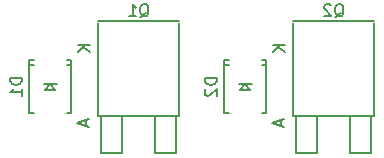
<source format=gbo>
G04 #@! TF.FileFunction,Legend,Bot*
%FSLAX46Y46*%
G04 Gerber Fmt 4.6, Leading zero omitted, Abs format (unit mm)*
G04 Created by KiCad (PCBNEW 4.0.4-stable) date 09/13/16 18:24:55*
%MOMM*%
%LPD*%
G01*
G04 APERTURE LIST*
%ADD10C,0.100000*%
%ADD11C,0.150000*%
G04 APERTURE END LIST*
D10*
D11*
X63000000Y-128250000D02*
X62550000Y-128800000D01*
X62550000Y-128800000D02*
X63450000Y-128800000D01*
X63450000Y-128800000D02*
X63000000Y-128250000D01*
X62450000Y-128250000D02*
X63550000Y-128250000D01*
X64750060Y-126700860D02*
X64399540Y-126700860D01*
X61249940Y-126700860D02*
X61600460Y-126700860D01*
X64750060Y-130750440D02*
X64399540Y-130750440D01*
X64750060Y-126249560D02*
X64399540Y-126249560D01*
X61249940Y-126249560D02*
X61600460Y-126249560D01*
X61249940Y-130750440D02*
X61600460Y-130750440D01*
X64750060Y-126249560D02*
X64750060Y-130750440D01*
X61249940Y-126249560D02*
X61249940Y-130750440D01*
X79500000Y-128250000D02*
X79050000Y-128800000D01*
X79050000Y-128800000D02*
X79950000Y-128800000D01*
X79950000Y-128800000D02*
X79500000Y-128250000D01*
X78950000Y-128250000D02*
X80050000Y-128250000D01*
X81250060Y-126700860D02*
X80899540Y-126700860D01*
X77749940Y-126700860D02*
X78100460Y-126700860D01*
X81250060Y-130750440D02*
X80899540Y-130750440D01*
X81250060Y-126249560D02*
X80899540Y-126249560D01*
X77749940Y-126249560D02*
X78100460Y-126249560D01*
X77749940Y-130750440D02*
X78100460Y-130750440D01*
X81250060Y-126249560D02*
X81250060Y-130750440D01*
X77749940Y-126249560D02*
X77749940Y-130750440D01*
X69103000Y-130976000D02*
X69103000Y-134151000D01*
X69103000Y-134151000D02*
X67325000Y-134151000D01*
X67325000Y-134151000D02*
X67325000Y-130976000D01*
X73675000Y-130976000D02*
X73675000Y-134151000D01*
X73675000Y-134151000D02*
X71897000Y-134151000D01*
X71897000Y-134151000D02*
X71897000Y-130976000D01*
X67071000Y-124880000D02*
X67071000Y-130976000D01*
X67071000Y-130976000D02*
X73929000Y-130976000D01*
X73929000Y-130976000D02*
X73929000Y-123102000D01*
X73929000Y-122975000D02*
X67071000Y-122975000D01*
X67071000Y-123102000D02*
X67071000Y-124880000D01*
X85603000Y-130976000D02*
X85603000Y-134151000D01*
X85603000Y-134151000D02*
X83825000Y-134151000D01*
X83825000Y-134151000D02*
X83825000Y-130976000D01*
X90175000Y-130976000D02*
X90175000Y-134151000D01*
X90175000Y-134151000D02*
X88397000Y-134151000D01*
X88397000Y-134151000D02*
X88397000Y-130976000D01*
X83571000Y-124880000D02*
X83571000Y-130976000D01*
X83571000Y-130976000D02*
X90429000Y-130976000D01*
X90429000Y-130976000D02*
X90429000Y-123102000D01*
X90429000Y-122975000D02*
X83571000Y-122975000D01*
X83571000Y-123102000D02*
X83571000Y-124880000D01*
X60602381Y-127761905D02*
X59602381Y-127761905D01*
X59602381Y-128000000D01*
X59650000Y-128142858D01*
X59745238Y-128238096D01*
X59840476Y-128285715D01*
X60030952Y-128333334D01*
X60173810Y-128333334D01*
X60364286Y-128285715D01*
X60459524Y-128238096D01*
X60554762Y-128142858D01*
X60602381Y-128000000D01*
X60602381Y-127761905D01*
X60602381Y-129285715D02*
X60602381Y-128714286D01*
X60602381Y-129000000D02*
X59602381Y-129000000D01*
X59745238Y-128904762D01*
X59840476Y-128809524D01*
X59888095Y-128714286D01*
X66352381Y-124988095D02*
X65352381Y-124988095D01*
X66352381Y-125559524D02*
X65780952Y-125130952D01*
X65352381Y-125559524D02*
X65923810Y-124988095D01*
X66016667Y-131311905D02*
X66016667Y-131788096D01*
X66302381Y-131216667D02*
X65302381Y-131550000D01*
X66302381Y-131883334D01*
X77102381Y-127761905D02*
X76102381Y-127761905D01*
X76102381Y-128000000D01*
X76150000Y-128142858D01*
X76245238Y-128238096D01*
X76340476Y-128285715D01*
X76530952Y-128333334D01*
X76673810Y-128333334D01*
X76864286Y-128285715D01*
X76959524Y-128238096D01*
X77054762Y-128142858D01*
X77102381Y-128000000D01*
X77102381Y-127761905D01*
X76197619Y-128714286D02*
X76150000Y-128761905D01*
X76102381Y-128857143D01*
X76102381Y-129095239D01*
X76150000Y-129190477D01*
X76197619Y-129238096D01*
X76292857Y-129285715D01*
X76388095Y-129285715D01*
X76530952Y-129238096D01*
X77102381Y-128666667D01*
X77102381Y-129285715D01*
X82852381Y-124988095D02*
X81852381Y-124988095D01*
X82852381Y-125559524D02*
X82280952Y-125130952D01*
X81852381Y-125559524D02*
X82423810Y-124988095D01*
X82516667Y-131311905D02*
X82516667Y-131788096D01*
X82802381Y-131216667D02*
X81802381Y-131550000D01*
X82802381Y-131883334D01*
X70595238Y-122633619D02*
X70690476Y-122586000D01*
X70785714Y-122490762D01*
X70928571Y-122347905D01*
X71023810Y-122300286D01*
X71119048Y-122300286D01*
X71071429Y-122538381D02*
X71166667Y-122490762D01*
X71261905Y-122395524D01*
X71309524Y-122205048D01*
X71309524Y-121871714D01*
X71261905Y-121681238D01*
X71166667Y-121586000D01*
X71071429Y-121538381D01*
X70880952Y-121538381D01*
X70785714Y-121586000D01*
X70690476Y-121681238D01*
X70642857Y-121871714D01*
X70642857Y-122205048D01*
X70690476Y-122395524D01*
X70785714Y-122490762D01*
X70880952Y-122538381D01*
X71071429Y-122538381D01*
X69690476Y-122538381D02*
X70261905Y-122538381D01*
X69976191Y-122538381D02*
X69976191Y-121538381D01*
X70071429Y-121681238D01*
X70166667Y-121776476D01*
X70261905Y-121824095D01*
X87095238Y-122633619D02*
X87190476Y-122586000D01*
X87285714Y-122490762D01*
X87428571Y-122347905D01*
X87523810Y-122300286D01*
X87619048Y-122300286D01*
X87571429Y-122538381D02*
X87666667Y-122490762D01*
X87761905Y-122395524D01*
X87809524Y-122205048D01*
X87809524Y-121871714D01*
X87761905Y-121681238D01*
X87666667Y-121586000D01*
X87571429Y-121538381D01*
X87380952Y-121538381D01*
X87285714Y-121586000D01*
X87190476Y-121681238D01*
X87142857Y-121871714D01*
X87142857Y-122205048D01*
X87190476Y-122395524D01*
X87285714Y-122490762D01*
X87380952Y-122538381D01*
X87571429Y-122538381D01*
X86761905Y-121633619D02*
X86714286Y-121586000D01*
X86619048Y-121538381D01*
X86380952Y-121538381D01*
X86285714Y-121586000D01*
X86238095Y-121633619D01*
X86190476Y-121728857D01*
X86190476Y-121824095D01*
X86238095Y-121966952D01*
X86809524Y-122538381D01*
X86190476Y-122538381D01*
M02*

</source>
